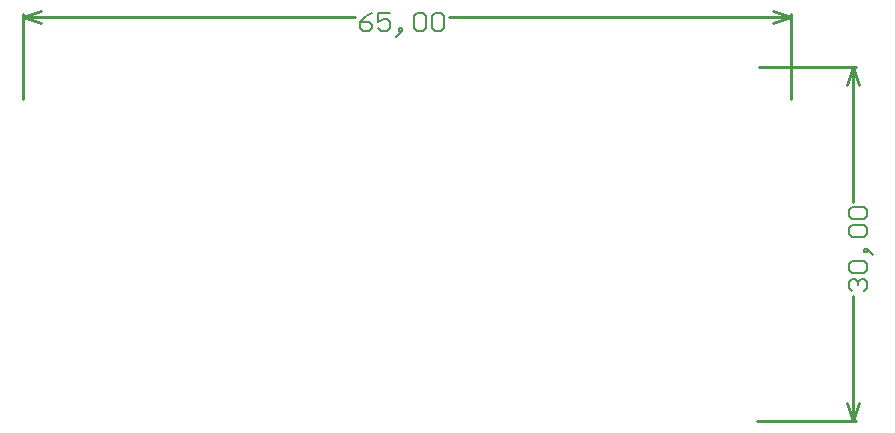
<source format=gm1>
G04*
G04 #@! TF.GenerationSoftware,Altium Limited,Altium Designer,19.0.15 (446)*
G04*
G04 Layer_Color=16711935*
%FSAX25Y25*%
%MOIN*%
G70*
G01*
G75*
%ADD12C,0.01000*%
%ADD80C,0.00600*%
D12*
X0107598Y0243240D02*
X0113598Y0245240D01*
X0107598Y0243240D02*
X0113598Y0241240D01*
X0357504D02*
X0363504Y0243240D01*
X0357504Y0245240D02*
X0363504Y0243240D01*
X0107598D02*
X0218356D01*
X0249547D02*
X0363504D01*
X0107598Y0216091D02*
Y0244240D01*
X0363504Y0216091D02*
Y0244240D01*
X0384370Y0226705D02*
X0386370Y0220705D01*
X0382370D02*
X0384370Y0226705D01*
X0382370Y0114594D02*
X0384370Y0108595D01*
X0386370Y0114594D01*
X0384370Y0181645D02*
Y0226705D01*
Y0108595D02*
Y0150454D01*
X0352890Y0226705D02*
X0385370D01*
X0352284Y0108595D02*
X0385370D01*
D80*
X0223954Y0244639D02*
X0221955Y0243640D01*
X0219956Y0241640D01*
Y0239641D01*
X0220955Y0238642D01*
X0222955D01*
X0223954Y0239641D01*
Y0240641D01*
X0222955Y0241640D01*
X0219956D01*
X0229953Y0244639D02*
X0225954D01*
Y0241640D01*
X0227953Y0242640D01*
X0228953D01*
X0229953Y0241640D01*
Y0239641D01*
X0228953Y0238642D01*
X0226954D01*
X0225954Y0239641D01*
X0232951Y0237642D02*
X0233951Y0238642D01*
Y0239641D01*
X0232951D01*
Y0238642D01*
X0233951D01*
X0232951Y0237642D01*
X0231952Y0236642D01*
X0237950Y0243640D02*
X0238950Y0244639D01*
X0240949D01*
X0241949Y0243640D01*
Y0239641D01*
X0240949Y0238642D01*
X0238950D01*
X0237950Y0239641D01*
Y0243640D01*
X0243948D02*
X0244948Y0244639D01*
X0246947D01*
X0247947Y0243640D01*
Y0239641D01*
X0246947Y0238642D01*
X0244948D01*
X0243948Y0239641D01*
Y0243640D01*
X0383970Y0152054D02*
X0382971Y0153054D01*
Y0155053D01*
X0383970Y0156053D01*
X0384970D01*
X0385970Y0155053D01*
Y0154053D01*
Y0155053D01*
X0386969Y0156053D01*
X0387969D01*
X0388969Y0155053D01*
Y0153054D01*
X0387969Y0152054D01*
X0383970Y0158052D02*
X0382971Y0159052D01*
Y0161051D01*
X0383970Y0162051D01*
X0387969D01*
X0388969Y0161051D01*
Y0159052D01*
X0387969Y0158052D01*
X0383970D01*
X0389968Y0165050D02*
X0388969Y0166050D01*
X0387969D01*
Y0165050D01*
X0388969D01*
Y0166050D01*
X0389968Y0165050D01*
X0390968Y0164050D01*
X0383970Y0170048D02*
X0382971Y0171048D01*
Y0173047D01*
X0383970Y0174047D01*
X0387969D01*
X0388969Y0173047D01*
Y0171048D01*
X0387969Y0170048D01*
X0383970D01*
Y0176046D02*
X0382971Y0177046D01*
Y0179045D01*
X0383970Y0180045D01*
X0387969D01*
X0388969Y0179045D01*
Y0177046D01*
X0387969Y0176046D01*
X0383970D01*
M02*

</source>
